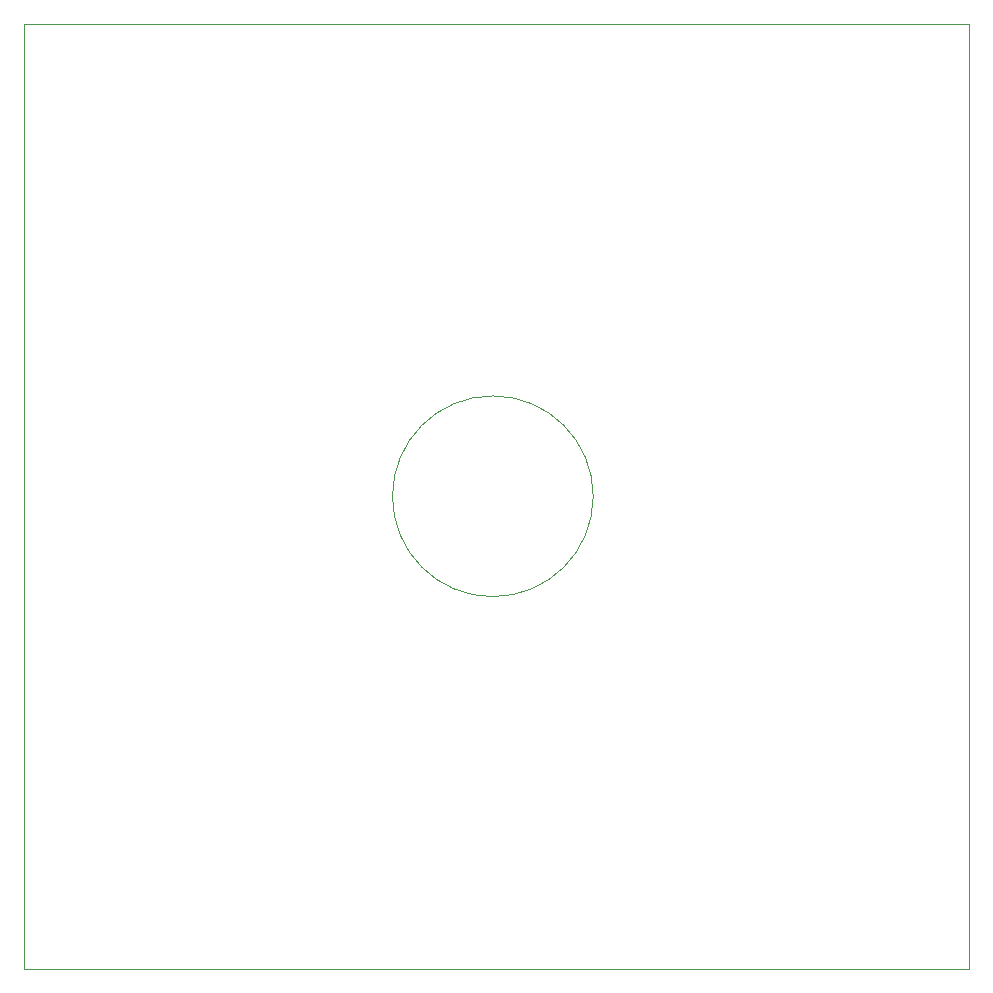
<source format=gm1>
G04 #@! TF.GenerationSoftware,KiCad,Pcbnew,8.0.4*
G04 #@! TF.CreationDate,2025-01-30T11:26:39-05:00*
G04 #@! TF.ProjectId,Cubesat_pcb,43756265-7361-4745-9f70-63622e6b6963,rev?*
G04 #@! TF.SameCoordinates,Original*
G04 #@! TF.FileFunction,Profile,NP*
%FSLAX46Y46*%
G04 Gerber Fmt 4.6, Leading zero omitted, Abs format (unit mm)*
G04 Created by KiCad (PCBNEW 8.0.4) date 2025-01-30 11:26:39*
%MOMM*%
%LPD*%
G01*
G04 APERTURE LIST*
G04 #@! TA.AperFunction,Profile*
%ADD10C,0.050000*%
G04 #@! TD*
G04 APERTURE END LIST*
D10*
X499132Y80481654D02*
X80499132Y80481654D01*
X80499132Y481654D01*
X499132Y481654D01*
X499132Y80481654D01*
X48699132Y40511654D02*
G75*
G02*
X31699132Y40511654I-8500000J0D01*
G01*
X31699132Y40511654D02*
G75*
G02*
X48699132Y40511654I8500000J0D01*
G01*
M02*

</source>
